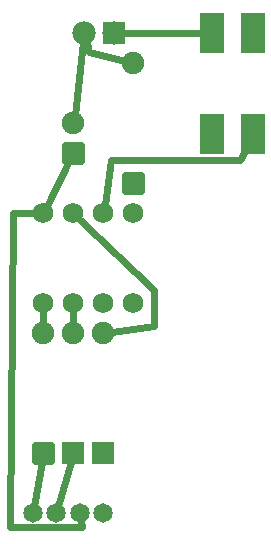
<source format=gtl>
G04 MADE WITH FRITZING*
G04 WWW.FRITZING.ORG*
G04 DOUBLE SIDED*
G04 HOLES PLATED*
G04 CONTOUR ON CENTER OF CONTOUR VECTOR*
%ASAXBY*%
%FSLAX23Y23*%
%MOIN*%
%OFA0B0*%
%SFA1.0B1.0*%
%ADD10C,0.075000*%
%ADD11C,0.065000*%
%ADD12C,0.078000*%
%ADD13C,0.068000*%
%ADD14R,0.075000X0.075000*%
%ADD15R,0.078740X0.137795*%
%ADD16R,0.078000X0.078000*%
%ADD17C,0.024000*%
%ADD18C,0.020000*%
%LNCOPPER1*%
G90*
G70*
G54D10*
X271Y1476D03*
X271Y1576D03*
G54D11*
X135Y276D03*
X214Y276D03*
X292Y276D03*
X371Y276D03*
G54D10*
X471Y1376D03*
X471Y1776D03*
X371Y476D03*
X371Y876D03*
X171Y476D03*
X171Y876D03*
X271Y476D03*
X271Y876D03*
G54D12*
X407Y1876D03*
X307Y1876D03*
G54D13*
X471Y1276D03*
X371Y1276D03*
X271Y1276D03*
X171Y1276D03*
X171Y976D03*
X271Y976D03*
X371Y976D03*
X471Y976D03*
X471Y1276D03*
X371Y1276D03*
X271Y1276D03*
X171Y1276D03*
X171Y976D03*
X271Y976D03*
X371Y976D03*
X471Y976D03*
G54D14*
X371Y476D03*
X271Y476D03*
G54D15*
X733Y1541D03*
X871Y1541D03*
X871Y1876D03*
X733Y1876D03*
G54D16*
X407Y1876D03*
G54D17*
X271Y905D02*
X271Y949D01*
D02*
X171Y905D02*
X171Y949D01*
D02*
X139Y299D02*
X166Y448D01*
D02*
X220Y299D02*
X263Y448D01*
D02*
X400Y880D02*
X540Y901D01*
X540Y901D02*
X540Y1021D01*
X540Y1021D02*
X291Y1257D01*
D02*
X375Y1303D02*
X396Y1453D01*
X396Y1453D02*
X828Y1453D01*
X828Y1453D02*
X840Y1478D01*
D02*
X443Y1783D02*
X324Y1813D01*
X324Y1813D02*
X315Y1847D01*
D02*
X275Y1604D02*
X304Y1846D01*
D02*
X258Y1450D02*
X183Y1300D01*
D02*
X700Y1876D02*
X438Y1876D01*
D02*
X296Y253D02*
X300Y229D01*
X300Y229D02*
X60Y229D01*
X60Y229D02*
X71Y1276D01*
D02*
X71Y1276D02*
X144Y1276D01*
G54D18*
X244Y1503D02*
X299Y1503D01*
X299Y1448D01*
X244Y1448D01*
X244Y1503D01*
D02*
X444Y1403D02*
X499Y1403D01*
X499Y1348D01*
X444Y1348D01*
X444Y1403D01*
D02*
X144Y503D02*
X199Y503D01*
X199Y448D01*
X144Y448D01*
X144Y503D01*
D02*
G04 End of Copper1*
M02*
</source>
